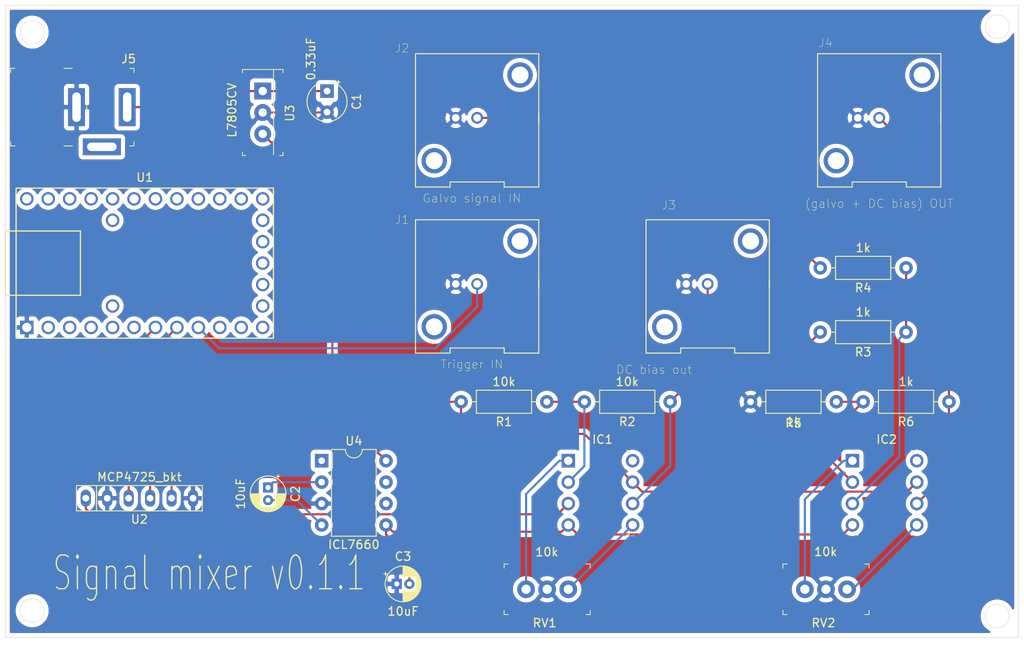
<source format=kicad_pcb>
(kicad_pcb (version 20171130) (host pcbnew "(5.1.4)-1")
  (title_block (title "Signal mixer") (date 2019-09-21) (rev v0.1) (comment 3 "Nikita Vladimirov"))
  (layers (0 F.Cu signal) (31 B.Cu signal) (34 B.Paste user) (35 F.Paste user) (36 B.SilkS user) (37 F.SilkS user) (38 B.Mask user) (39 F.Mask user) (44 Edge.Cuts user))
  (net 0 "")
  (net 1 +12V)
  (net 2 GND)
  (net 3 "Net-(C2-Pad2)")
  (net 4 "Net-(C2-Pad1)")
  (net 5 "Net-(C3-Pad2)")
  (net 6 "Net-(IC1-Pad1)")
  (net 7 "Net-(IC1-Pad2)")
  (net 8 "Net-(IC1-Pad3)")
  (net 9 "Net-(IC1-Pad5)")
  (net 10 "Net-(IC1-Pad6)")
  (net 11 +5V)
  (net 12 "Net-(IC1-Pad8)")
  (net 13 "Net-(IC2-Pad8)")
  (net 14 "Net-(IC2-Pad6)")
  (net 15 "Net-(IC2-Pad5)")
  (net 16 "Net-(IC2-Pad3)")
  (net 17 "Net-(IC2-Pad2)")
  (net 18 "Net-(IC2-Pad1)")
  (net 19 "Net-(J1-Pad1)")
  (net 20 "Net-(J2-Pad1)")
  (net 21 "Net-(J5-Pad3)")
  (net 22 "Net-(U1-Pad15)")
  (net 23 "Net-(U1-Pad2)")
  (net 24 "Net-(U1-Pad3)")
  (net 25 "Net-(U1-Pad4)")
  (net 26 "Net-(U1-Pad5)")
  (net 27 "Net-(U1-Pad6)")
  (net 28 "Net-(U1-Pad7)")
  (net 29 "Net-(U1-Pad8)")
  (net 30 "Net-(U1-Pad10)")
  (net 31 "Net-(U1-Pad11)")
  (net 32 "Net-(U1-Pad12)")
  (net 33 "Net-(U1-Pad13)")
  (net 34 "Net-(U1-Pad14)")
  (net 35 "Net-(U1-Pad16)")
  (net 36 "Net-(U1-Pad17)")
  (net 37 "Net-(U1-Pad18)")
  (net 38 "Net-(U1-Pad19)")
  (net 39 "Net-(U1-Pad20)")
  (net 40 "Net-(U1-Pad21)")
  (net 41 "Net-(U1-Pad22)")
  (net 42 "Net-(U1-Pad23)")
  (net 43 "Net-(U1-Pad24)")
  (net 44 "Net-(U1-Pad25)")
  (net 45 "Net-(U1-Pad26)")
  (net 46 "Net-(U1-Pad27)")
  (net 47 "Net-(U1-Pad28)")
  (net 48 "Net-(U1-Pad29)")
  (net 49 "Net-(U1-Pad30)")
  (net 50 "Net-(U1-Pad31)")
  (net 51 "Net-(U4-Pad1)")
  (net 52 "Net-(U4-Pad6)")
  (net 53 "Net-(U4-Pad7)")
  (module my_components:BNC_female_jack_TE_1-1634505-0 (layer F.Cu) (at 140.97 64.135)
    (fp_text reference J4 (at -6.35 -8.89) (layer F.SilkS) (effects (font (size 1.0002 1.0002) (thickness 0.05))))
    (fp_text value "(galvo + DC bias) OUT" (at 0 10.16) (layer F.SilkS) (effects (font (size 1.00113 1.00113) (thickness 0.05))))
    (pad 3 thru_hole circle (at 5.08 -5.08) (size 3.015 3.015) (drill 2.01) (layers *.Cu *.Mask))
    (pad 4 thru_hole circle (at -5.08 5.08) (size 3.015 3.015) (drill 2.01) (layers *.Cu *.Mask))
    (pad 2 thru_hole circle (at -2.54 0) (size 1.398 1.398) (drill 0.89) (layers *.Cu *.Mask) (net 2 GND))
    (pad 1 thru_hole circle (at 0 0) (size 1.398 1.398) (drill 0.89) (layers *.Cu *.Mask) (net 14 "Net-(IC2-Pad6)"))
  )
  (module digikey-footprints:DIP-8_W7.62mm (layer F.Cu) (at 137.795 104.775)
    (fp_text reference IC2 (at 4.05 -2.52) (layer F.SilkS))
    (fp_text value UA741CP)
    (pad 8 thru_hole circle (at 7.62 0) (size 1.6 1.6) (drill 1) (layers *.Cu *.Mask) (net 13 "Net-(IC2-Pad8)"))
    (pad 7 thru_hole circle (at 7.62 2.54) (size 1.6 1.6) (drill 1) (layers *.Cu *.Mask) (net 11 +5V))
    (pad 6 thru_hole circle (at 7.62 5.08) (size 1.6 1.6) (drill 1) (layers *.Cu *.Mask) (net 14 "Net-(IC2-Pad6)"))
    (pad 5 thru_hole circle (at 7.62 7.62) (size 1.6 1.6) (drill 1) (layers *.Cu *.Mask) (net 15 "Net-(IC2-Pad5)"))
    (pad 4 thru_hole circle (at 0 7.62) (size 1.6 1.6) (drill 1) (layers *.Cu *.Mask) (net 5 "Net-(C3-Pad2)"))
    (pad 3 thru_hole circle (at 0 5.08) (size 1.6 1.6) (drill 1) (layers *.Cu *.Mask) (net 16 "Net-(IC2-Pad3)"))
    (pad 2 thru_hole circle (at 0 2.54) (size 1.6 1.6) (drill 1) (layers *.Cu *.Mask) (net 17 "Net-(IC2-Pad2)"))
    (pad 1 thru_hole rect (at 0 0) (size 1.6 1.6) (drill 1) (layers *.Cu *.Mask) (net 18 "Net-(IC2-Pad1)"))
  )
  (module digikey-footprints:DIP-8_W7.62mm (layer F.Cu) (at 104.14 104.775)
    (fp_text reference IC1 (at 4.05 -2.52) (layer F.SilkS))
    (fp_text value UA741CP)
    (pad 8 thru_hole circle (at 7.62 0) (size 1.6 1.6) (drill 1) (layers *.Cu *.Mask) (net 12 "Net-(IC1-Pad8)"))
    (pad 7 thru_hole circle (at 7.62 2.54) (size 1.6 1.6) (drill 1) (layers *.Cu *.Mask) (net 11 +5V))
    (pad 6 thru_hole circle (at 7.62 5.08) (size 1.6 1.6) (drill 1) (layers *.Cu *.Mask) (net 10 "Net-(IC1-Pad6)"))
    (pad 5 thru_hole circle (at 7.62 7.62) (size 1.6 1.6) (drill 1) (layers *.Cu *.Mask) (net 9 "Net-(IC1-Pad5)"))
    (pad 4 thru_hole circle (at 0 7.62) (size 1.6 1.6) (drill 1) (layers *.Cu *.Mask) (net 5 "Net-(C3-Pad2)"))
    (pad 3 thru_hole circle (at 0 5.08) (size 1.6 1.6) (drill 1) (layers *.Cu *.Mask) (net 8 "Net-(IC1-Pad3)"))
    (pad 2 thru_hole circle (at 0 2.54) (size 1.6 1.6) (drill 1) (layers *.Cu *.Mask) (net 7 "Net-(IC1-Pad2)"))
    (pad 1 thru_hole rect (at 0 0) (size 1.6 1.6) (drill 1) (layers *.Cu *.Mask) (net 6 "Net-(IC1-Pad1)"))
  )
  (module teensy_footprints:Teensy2.0 (layer F.Cu) (at 53.975 81.355001)
    (fp_text reference U1 (at 0 -10.16) (layer F.SilkS))
    (fp_text value "Teensy2.0_(Arduino)")
    (pad 15 thru_hole circle (at 13.97 0) (size 1.6 1.6) (drill 1.1) (layers *.Cu *.Mask) (net 22 "Net-(U1-Pad15)"))
    (pad 1 thru_hole rect (at -13.97 7.62) (size 1.6 1.6) (drill 1.1) (layers *.Cu *.Mask) (net 2 GND))
    (pad 2 thru_hole circle (at -11.43 7.62) (size 1.6 1.6) (drill 1.1) (layers *.Cu *.Mask) (net 23 "Net-(U1-Pad2)"))
    (pad 3 thru_hole circle (at -8.89 7.62) (size 1.6 1.6) (drill 1.1) (layers *.Cu *.Mask) (net 24 "Net-(U1-Pad3)"))
    (pad 4 thru_hole circle (at -6.35 7.62) (size 1.6 1.6) (drill 1.1) (layers *.Cu *.Mask) (net 25 "Net-(U1-Pad4)"))
    (pad 5 thru_hole circle (at -3.81 7.62) (size 1.6 1.6) (drill 1.1) (layers *.Cu *.Mask) (net 26 "Net-(U1-Pad5)"))
    (pad 6 thru_hole circle (at -1.27 7.62) (size 1.6 1.6) (drill 1.1) (layers *.Cu *.Mask) (net 27 "Net-(U1-Pad6)"))
    (pad 7 thru_hole circle (at 1.27 7.62) (size 1.6 1.6) (drill 1.1) (layers *.Cu *.Mask) (net 28 "Net-(U1-Pad7)"))
    (pad 8 thru_hole circle (at 3.81 7.62) (size 1.6 1.6) (drill 1.1) (layers *.Cu *.Mask) (net 29 "Net-(U1-Pad8)"))
    (pad 9 thru_hole circle (at 6.35 7.62) (size 1.6 1.6) (drill 1.1) (layers *.Cu *.Mask) (net 19 "Net-(J1-Pad1)"))
    (pad 10 thru_hole circle (at 8.89 7.62) (size 1.6 1.6) (drill 1.1) (layers *.Cu *.Mask) (net 30 "Net-(U1-Pad10)"))
    (pad 11 thru_hole circle (at 11.43 7.62) (size 1.6 1.6) (drill 1.1) (layers *.Cu *.Mask) (net 31 "Net-(U1-Pad11)"))
    (pad 12 thru_hole circle (at 13.97 7.62) (size 1.6 1.6) (drill 1.1) (layers *.Cu *.Mask) (net 32 "Net-(U1-Pad12)"))
    (pad 13 thru_hole circle (at 13.97 5.08) (size 1.6 1.6) (drill 1.1) (layers *.Cu *.Mask) (net 33 "Net-(U1-Pad13)"))
    (pad 14 thru_hole circle (at 13.97 2.54) (size 1.6 1.6) (drill 1.1) (layers *.Cu *.Mask) (net 34 "Net-(U1-Pad14)"))
    (pad 16 thru_hole circle (at 13.97 -2.54) (size 1.6 1.6) (drill 1.1) (layers *.Cu *.Mask) (net 35 "Net-(U1-Pad16)"))
    (pad 17 thru_hole circle (at 13.97 -5.08) (size 1.6 1.6) (drill 1.1) (layers *.Cu *.Mask) (net 36 "Net-(U1-Pad17)"))
    (pad 18 thru_hole circle (at 13.97 -7.62) (size 1.6 1.6) (drill 1.1) (layers *.Cu *.Mask) (net 37 "Net-(U1-Pad18)"))
    (pad 19 thru_hole circle (at 11.43 -7.62) (size 1.6 1.6) (drill 1.1) (layers *.Cu *.Mask) (net 38 "Net-(U1-Pad19)"))
    (pad 20 thru_hole circle (at 8.89 -7.62) (size 1.6 1.6) (drill 1.1) (layers *.Cu *.Mask) (net 39 "Net-(U1-Pad20)"))
    (pad 21 thru_hole circle (at 6.35 -7.62) (size 1.6 1.6) (drill 1.1) (layers *.Cu *.Mask) (net 40 "Net-(U1-Pad21)"))
    (pad 22 thru_hole circle (at 3.81 -7.62) (size 1.6 1.6) (drill 1.1) (layers *.Cu *.Mask) (net 41 "Net-(U1-Pad22)"))
    (pad 23 thru_hole circle (at 1.27 -7.62) (size 1.6 1.6) (drill 1.1) (layers *.Cu *.Mask) (net 42 "Net-(U1-Pad23)"))
    (pad 24 thru_hole circle (at -1.27 -7.62) (size 1.6 1.6) (drill 1.1) (layers *.Cu *.Mask) (net 43 "Net-(U1-Pad24)"))
    (pad 25 thru_hole circle (at -3.81 -7.62) (size 1.6 1.6) (drill 1.1) (layers *.Cu *.Mask) (net 44 "Net-(U1-Pad25)"))
    (pad 26 thru_hole circle (at -6.35 -7.62) (size 1.6 1.6) (drill 1.1) (layers *.Cu *.Mask) (net 45 "Net-(U1-Pad26)"))
    (pad 27 thru_hole circle (at -8.89 -7.62) (size 1.6 1.6) (drill 1.1) (layers *.Cu *.Mask) (net 46 "Net-(U1-Pad27)"))
    (pad 28 thru_hole circle (at -11.43 -7.62) (size 1.6 1.6) (drill 1.1) (layers *.Cu *.Mask) (net 47 "Net-(U1-Pad28)"))
    (pad 29 thru_hole circle (at -13.97 -7.62) (size 1.6 1.6) (drill 1.1) (layers *.Cu *.Mask) (net 48 "Net-(U1-Pad29)"))
    (pad 30 thru_hole circle (at -3.81 5.08) (size 1.6 1.6) (drill 1.1) (layers *.Cu *.Mask) (net 49 "Net-(U1-Pad30)"))
    (pad 31 thru_hole circle (at -3.81 -5.08) (size 1.6 1.6) (drill 1.1) (layers *.Cu *.Mask) (net 50 "Net-(U1-Pad31)"))
  )
  (module Capacitor_THT:CP_Radial_Tantal_D4.5mm_P2.50mm (layer F.Cu) (at 75.565 60.96 270)
    (fp_text reference C1 (at 1.25 -3.5 90) (layer F.SilkS))
    (fp_text value 0.33uF (at -3.81 1.905 90) (layer F.SilkS))
    (pad 1 thru_hole rect (at 0 0 270) (size 1.6 1.6) (drill 0.8) (layers *.Cu *.Mask) (net 1 +12V))
    (pad 2 thru_hole circle (at 2.5 0 270) (size 1.6 1.6) (drill 0.8) (layers *.Cu *.Mask) (net 2 GND))
  )
  (module Capacitor_THT:CP_Radial_D4.0mm_P1.50mm (layer F.Cu) (at 68.58 107.95 270)
    (fp_text reference C2 (at 0.75 -3.25 90) (layer F.SilkS))
    (fp_text value 10uF (at 0.75 3.25 90) (layer F.SilkS))
    (pad 2 thru_hole circle (at 1.5 0 270) (size 1.2 1.2) (drill 0.6) (layers *.Cu *.Mask) (net 3 "Net-(C2-Pad2)"))
    (pad 1 thru_hole rect (at 0 0 270) (size 1.2 1.2) (drill 0.6) (layers *.Cu *.Mask) (net 4 "Net-(C2-Pad1)"))
  )
  (module Capacitor_THT:CP_Radial_D4.0mm_P1.50mm (layer F.Cu) (at 83.82 119.38)
    (fp_text reference C3 (at 0.75 -3.25) (layer F.SilkS))
    (fp_text value 10uF (at 0.75 3.25) (layer F.SilkS))
    (pad 1 thru_hole rect (at 0 0) (size 1.2 1.2) (drill 0.6) (layers *.Cu *.Mask) (net 2 GND))
    (pad 2 thru_hole circle (at 1.5 0) (size 1.2 1.2) (drill 0.6) (layers *.Cu *.Mask) (net 5 "Net-(C3-Pad2)"))
  )
  (module my_components:BNC_female_jack_TE_1-1634505-0 (layer F.Cu) (at 93.345 83.82)
    (fp_text reference J1 (at -8.89 -7.62) (layer F.SilkS) (effects (font (size 1.0002 1.0002) (thickness 0.05))))
    (fp_text value "Trigger IN" (at -0.635 9.525) (layer F.SilkS) (effects (font (size 1.00113 1.00113) (thickness 0.05))))
    (pad 1 thru_hole circle (at 0 0) (size 1.398 1.398) (drill 0.89) (layers *.Cu *.Mask) (net 19 "Net-(J1-Pad1)"))
    (pad 2 thru_hole circle (at -2.54 0) (size 1.398 1.398) (drill 0.89) (layers *.Cu *.Mask) (net 2 GND))
    (pad 4 thru_hole circle (at -5.08 5.08) (size 3.015 3.015) (drill 2.01) (layers *.Cu *.Mask))
    (pad 3 thru_hole circle (at 5.08 -5.08) (size 3.015 3.015) (drill 2.01) (layers *.Cu *.Mask))
  )
  (module my_components:BNC_female_jack_TE_1-1634505-0 (layer F.Cu) (at 93.345 64.135)
    (fp_text reference J2 (at -8.89 -8.255) (layer F.SilkS) (effects (font (size 1.0002 1.0002) (thickness 0.05))))
    (fp_text value "Galvo signal IN" (at -0.635 9.525) (layer F.SilkS) (effects (font (size 1.00113 1.00113) (thickness 0.05))))
    (pad 3 thru_hole circle (at 5.08 -5.08) (size 3.015 3.015) (drill 2.01) (layers *.Cu *.Mask))
    (pad 4 thru_hole circle (at -5.08 5.08) (size 3.015 3.015) (drill 2.01) (layers *.Cu *.Mask))
    (pad 2 thru_hole circle (at -2.54 0) (size 1.398 1.398) (drill 0.89) (layers *.Cu *.Mask) (net 2 GND))
    (pad 1 thru_hole circle (at 0 0) (size 1.398 1.398) (drill 0.89) (layers *.Cu *.Mask) (net 20 "Net-(J2-Pad1)"))
  )
  (module my_components:BNC_female_jack_TE_1-1634505-0 (layer F.Cu) (at 120.65 83.82)
    (fp_text reference J3 (at -4.59093 -9.3369) (layer F.SilkS) (effects (font (size 1.0002 1.0002) (thickness 0.05))))
    (fp_text value "DC bias out" (at -6.35 10.16) (layer F.SilkS) (effects (font (size 1.00113 1.00113) (thickness 0.05))))
    (pad 1 thru_hole circle (at 0 0) (size 1.398 1.398) (drill 0.89) (layers *.Cu *.Mask) (net 10 "Net-(IC1-Pad6)"))
    (pad 2 thru_hole circle (at -2.54 0) (size 1.398 1.398) (drill 0.89) (layers *.Cu *.Mask) (net 2 GND))
    (pad 4 thru_hole circle (at -5.08 5.08) (size 3.015 3.015) (drill 2.01) (layers *.Cu *.Mask))
    (pad 3 thru_hole circle (at 5.08 -5.08) (size 3.015 3.015) (drill 2.01) (layers *.Cu *.Mask))
  )
  (module digikey-footprints:Barrel_Jack_5.5mmODx2.1mmID_PJ-202A (layer F.Cu) (at 48.895 62.865 90)
    (fp_text reference J5 (at 5.715 3.175 180) (layer F.SilkS))
    (fp_text value PJ-202A)
    (pad 3 thru_hole rect (at -4.7 0 90) (size 2 4.5) (drill oval 1 3.5) (layers *.Cu *.Mask) (net 21 "Net-(J5-Pad3)"))
    (pad 1 thru_hole rect (at 0 3 90) (size 4.5 2) (drill oval 3.5 1) (layers *.Cu *.Mask) (net 1 +12V))
    (pad 2 thru_hole rect (at 0 -3 90) (size 4.5 2) (drill oval 3.5 1) (layers *.Cu *.Mask) (net 2 GND))
  )
  (module Resistor_THT:R_Axial_DIN0207_L6.3mm_D2.5mm_P10.16mm_Horizontal (layer F.Cu) (at 101.6 97.79 180)
    (fp_text reference R1 (at 5.08 -2.37) (layer F.SilkS))
    (fp_text value 10k (at 5.08 2.37) (layer F.SilkS))
    (pad 2 thru_hole oval (at 10.16 0 180) (size 1.6 1.6) (drill 0.8) (layers *.Cu *.Mask) (net 11 +5V))
    (pad 1 thru_hole circle (at 0 0 180) (size 1.6 1.6) (drill 0.8) (layers *.Cu *.Mask) (net 7 "Net-(IC1-Pad2)"))
  )
  (module Resistor_THT:R_Axial_DIN0207_L6.3mm_D2.5mm_P10.16mm_Horizontal (layer F.Cu) (at 116.205 97.79 180)
    (fp_text reference R2 (at 5.08 -2.37) (layer F.SilkS))
    (fp_text value 10k (at 5.08 2.37) (layer F.SilkS))
    (pad 1 thru_hole circle (at 0 0 180) (size 1.6 1.6) (drill 0.8) (layers *.Cu *.Mask) (net 10 "Net-(IC1-Pad6)"))
    (pad 2 thru_hole oval (at 10.16 0 180) (size 1.6 1.6) (drill 0.8) (layers *.Cu *.Mask) (net 7 "Net-(IC1-Pad2)"))
  )
  (module Resistor_THT:R_Axial_DIN0207_L6.3mm_D2.5mm_P10.16mm_Horizontal (layer F.Cu) (at 144.145 89.535 180)
    (fp_text reference R3 (at 5.08 -2.37) (layer F.SilkS))
    (fp_text value 1k (at 5.08 2.37) (layer F.SilkS))
    (pad 2 thru_hole oval (at 10.16 0 180) (size 1.6 1.6) (drill 0.8) (layers *.Cu *.Mask) (net 10 "Net-(IC1-Pad6)"))
    (pad 1 thru_hole circle (at 0 0 180) (size 1.6 1.6) (drill 0.8) (layers *.Cu *.Mask) (net 16 "Net-(IC2-Pad3)"))
  )
  (module Resistor_THT:R_Axial_DIN0207_L6.3mm_D2.5mm_P10.16mm_Horizontal (layer F.Cu) (at 144.145 81.915 180)
    (fp_text reference R4 (at 5.08 -2.37) (layer F.SilkS))
    (fp_text value 1k (at 5.08 2.37) (layer F.SilkS))
    (pad 1 thru_hole circle (at 0 0 180) (size 1.6 1.6) (drill 0.8) (layers *.Cu *.Mask) (net 16 "Net-(IC2-Pad3)"))
    (pad 2 thru_hole oval (at 10.16 0 180) (size 1.6 1.6) (drill 0.8) (layers *.Cu *.Mask) (net 20 "Net-(J2-Pad1)"))
  )
  (module Resistor_THT:R_Axial_DIN0207_L6.3mm_D2.5mm_P10.16mm_Horizontal (layer F.Cu) (at 125.73 97.79)
    (fp_text reference R5 (at 5.08 2.54) (layer F.SilkS))
    (fp_text value 1k (at 5.08 2.37) (layer F.SilkS))
    (pad 2 thru_hole oval (at 10.16 0) (size 1.6 1.6) (drill 0.8) (layers *.Cu *.Mask) (net 17 "Net-(IC2-Pad2)"))
    (pad 1 thru_hole circle (at 0 0) (size 1.6 1.6) (drill 0.8) (layers *.Cu *.Mask) (net 2 GND))
  )
  (module Resistor_THT:R_Axial_DIN0207_L6.3mm_D2.5mm_P10.16mm_Horizontal (layer F.Cu) (at 149.225 97.79 180)
    (fp_text reference R6 (at 5.08 -2.37) (layer F.SilkS))
    (fp_text value 1k (at 5.08 2.37) (layer F.SilkS))
    (pad 1 thru_hole circle (at 0 0 180) (size 1.6 1.6) (drill 0.8) (layers *.Cu *.Mask) (net 14 "Net-(IC2-Pad6)"))
    (pad 2 thru_hole oval (at 10.16 0 180) (size 1.6 1.6) (drill 0.8) (layers *.Cu *.Mask) (net 17 "Net-(IC2-Pad2)"))
  )
  (module digikey-footprints:PinHeader_1x3_P2.5mm_Drill1.1mm (layer F.Cu) (at 104.14 120.015 180)
    (fp_text reference RV1 (at 2.8 -4) (layer F.SilkS))
    (fp_text value 10k (at 2.54 4.41) (layer F.SilkS))
    (pad 3 thru_hole circle (at 5 0 180) (size 2.1 2.1) (drill 1.1) (layers *.Cu *.Mask) (net 6 "Net-(IC1-Pad1)"))
    (pad 2 thru_hole circle (at 2.5 0 180) (size 2.1 2.1) (drill 1.1) (layers *.Cu *.Mask) (net 2 GND))
    (pad 1 thru_hole circle (at 0 0 180) (size 2.1 2.1) (drill 1.1) (layers *.Cu *.Mask) (net 9 "Net-(IC1-Pad5)"))
  )
  (module digikey-footprints:PinHeader_1x3_P2.5mm_Drill1.1mm (layer F.Cu) (at 137.16 120.015 180)
    (fp_text reference RV2 (at 2.8 -4) (layer F.SilkS))
    (fp_text value 10k (at 2.54 4.445) (layer F.SilkS))
    (pad 1 thru_hole circle (at 0 0 180) (size 2.1 2.1) (drill 1.1) (layers *.Cu *.Mask) (net 15 "Net-(IC2-Pad5)"))
    (pad 2 thru_hole circle (at 2.5 0 180) (size 2.1 2.1) (drill 1.1) (layers *.Cu *.Mask) (net 2 GND))
    (pad 3 thru_hole circle (at 5 0 180) (size 2.1 2.1) (drill 1.1) (layers *.Cu *.Mask) (net 18 "Net-(IC2-Pad1)"))
  )
  (module my_components:MCP4725 (layer F.Cu) (at 53.34 109.22)
    (fp_text reference U2 (at 0 2.5) (layer F.SilkS))
    (fp_text value MCP4725_bkt (at 0 -2.5) (layer F.SilkS))
    (pad 1 thru_hole oval (at -6.35 0) (size 1.2 2) (drill 0.8) (layers *.Cu *.Mask) (net 8 "Net-(IC1-Pad3)"))
    (pad 2 thru_hole oval (at -3.81 0) (size 1.2 2) (drill 0.8) (layers *.Cu *.Mask) (net 2 GND))
    (pad 3 thru_hole oval (at -1.27 0) (size 1.2 2) (drill 0.8) (layers *.Cu *.Mask) (net 28 "Net-(U1-Pad7)"))
    (pad 4 thru_hole oval (at 1.27 0) (size 1.2 2) (drill 0.8) (layers *.Cu *.Mask) (net 29 "Net-(U1-Pad8)"))
    (pad 5 thru_hole oval (at 3.81 0) (size 1.2 2) (drill 0.8) (layers *.Cu *.Mask) (net 11 +5V))
    (pad 6 thru_hole oval (at 6.35 0) (size 1.2 2) (drill 0.8) (layers *.Cu *.Mask) (net 2 GND))
  )
  (module digikey-footprints:TO-220-3 (layer F.Cu) (at 67.945 60.96 270)
    (fp_text reference U3 (at 2.62 -3.22 90) (layer F.SilkS))
    (fp_text value L7805CV (at 2.27 3.63 90) (layer F.SilkS))
    (pad 1 thru_hole rect (at 0 0 270) (size 2 2) (drill 1) (layers *.Cu *.Mask) (net 1 +12V))
    (pad 2 thru_hole circle (at 2.54 0 270) (size 2 2) (drill 1) (layers *.Cu *.Mask) (net 2 GND))
    (pad 3 thru_hole circle (at 5.08 0 270) (size 2 2) (drill 1) (layers *.Cu *.Mask) (net 11 +5V))
  )
  (module Package_DIP:DIP-8_W7.62mm (layer F.Cu) (at 74.93 104.775)
    (fp_text reference U4 (at 3.81 -2.33) (layer F.SilkS))
    (fp_text value ICL7660 (at 3.81 9.95) (layer F.SilkS))
    (pad 1 thru_hole rect (at 0 0) (size 1.6 1.6) (drill 0.8) (layers *.Cu *.Mask) (net 51 "Net-(U4-Pad1)"))
    (pad 5 thru_hole oval (at 7.62 7.62) (size 1.6 1.6) (drill 0.8) (layers *.Cu *.Mask) (net 5 "Net-(C3-Pad2)"))
    (pad 2 thru_hole oval (at 0 2.54) (size 1.6 1.6) (drill 0.8) (layers *.Cu *.Mask) (net 4 "Net-(C2-Pad1)"))
    (pad 6 thru_hole oval (at 7.62 5.08) (size 1.6 1.6) (drill 0.8) (layers *.Cu *.Mask) (net 52 "Net-(U4-Pad6)"))
    (pad 3 thru_hole oval (at 0 5.08) (size 1.6 1.6) (drill 0.8) (layers *.Cu *.Mask) (net 2 GND))
    (pad 7 thru_hole oval (at 7.62 2.54) (size 1.6 1.6) (drill 0.8) (layers *.Cu *.Mask) (net 53 "Net-(U4-Pad7)"))
    (pad 4 thru_hole oval (at 0 7.62) (size 1.6 1.6) (drill 0.8) (layers *.Cu *.Mask) (net 3 "Net-(C2-Pad2)"))
    (pad 8 thru_hole oval (at 7.62 0) (size 1.6 1.6) (drill 0.8) (layers *.Cu *.Mask) (net 11 +5V))
  )
  (gr_text "Signal mixer v0.1.1" (at 61.595 118.11) (layer F.SilkS) (effects (font (size 4 2.5))))
  (gr_circle (center 154.94 123.19) (end 153.67 122.555) (layer Edge.Cuts) (width 0.05))
  (gr_circle (center 154.94 53.34) (end 153.67 52.705) (layer Edge.Cuts) (width 0.05))
  (gr_circle (center 40.64 122.555) (end 39.37 121.92) (layer Edge.Cuts) (width 0.05))
  (gr_circle (center 40.64 53.975) (end 39.37 53.34) (layer Edge.Cuts) (width 0.05))
  (gr_line (start 157.48 50.8) (end 37.465 50.8) (layer Edge.Cuts) (width 0.05))
  (gr_line (start 157.48 125.73) (end 157.48 50.8) (layer Edge.Cuts) (width 0.05))
  (gr_line (start 37.465 125.73) (end 157.48 125.73) (layer Edge.Cuts) (width 0.05))
  (gr_line (start 37.465 50.8) (end 37.465 125.73) (layer Edge.Cuts) (width 0.05))
  (segment (start 51.895 62.865) (end 58.42 62.865) (width 0.25) (layer F.Cu) (net 1))
  (segment (start 60.325 60.96) (end 67.945 60.96) (width 0.25) (layer F.Cu) (net 1))
  (segment (start 58.42 62.865) (end 60.325 60.96) (width 0.25) (layer F.Cu) (net 1))
  (segment (start 69.195 60.96) (end 75.565 60.96) (width 0.25) (layer F.Cu) (net 1))
  (segment (start 67.945 60.96) (end 69.195 60.96) (width 0.25) (layer F.Cu) (net 1))
  (segment (start 75.525 63.5) (end 75.565 63.46) (width 0.25) (layer F.Cu) (net 2))
  (segment (start 67.945 63.5) (end 75.525 63.5) (width 0.25) (layer F.Cu) (net 2))
  (segment (start 71.985 109.45) (end 74.93 112.395) (width 0.25) (layer B.Cu) (net 3))
  (segment (start 68.58 109.45) (end 71.985 109.45) (width 0.25) (layer B.Cu) (net 3))
  (segment (start 69.215 107.315) (end 68.58 107.95) (width 0.25) (layer B.Cu) (net 4))
  (segment (start 74.93 107.315) (end 69.215 107.315) (width 0.25) (layer B.Cu) (net 4))
  (segment (start 103.340001 113.194999) (end 104.14 112.395) (width 0.25) (layer F.Cu) (net 5))
  (segment (start 83.349999 113.194999) (end 103.340001 113.194999) (width 0.25) (layer F.Cu) (net 5))
  (segment (start 82.55 112.395) (end 83.349999 113.194999) (width 0.25) (layer F.Cu) (net 5))
  (segment (start 85.32 118.531472) (end 85.32 119.38) (width 0.25) (layer F.Cu) (net 5))
  (segment (start 85.32 116.29637) (end 85.32 118.531472) (width 0.25) (layer F.Cu) (net 5))
  (segment (start 82.55 113.52637) (end 85.32 116.29637) (width 0.25) (layer F.Cu) (net 5))
  (segment (start 82.55 112.395) (end 82.55 113.52637) (width 0.25) (layer F.Cu) (net 5))
  (segment (start 136.669999 113.520001) (end 137.795 112.395) (width 0.25) (layer F.Cu) (net 5))
  (segment (start 104.14 112.395) (end 105.265001 113.520001) (width 0.25) (layer F.Cu) (net 5))
  (segment (start 105.265001 113.520001) (end 136.669999 113.520001) (width 0.25) (layer F.Cu) (net 5))
  (segment (start 99.14 118.530076) (end 99.14 120.015) (width 0.25) (layer B.Cu) (net 6))
  (segment (start 99.14 108.725) (end 99.14 118.530076) (width 0.25) (layer B.Cu) (net 6))
  (segment (start 103.09 104.775) (end 99.14 108.725) (width 0.25) (layer B.Cu) (net 6))
  (segment (start 104.14 104.775) (end 103.09 104.775) (width 0.25) (layer B.Cu) (net 6))
  (segment (start 101.6 97.79) (end 106.045 97.79) (width 0.25) (layer F.Cu) (net 7))
  (segment (start 106.045 105.41) (end 104.14 107.315) (width 0.25) (layer B.Cu) (net 7))
  (segment (start 106.045 97.79) (end 106.045 105.41) (width 0.25) (layer B.Cu) (net 7))
  (segment (start 46.99 109.22) (end 46.99 110.47) (width 0.25) (layer F.Cu) (net 8))
  (segment (start 46.99 110.47) (end 47.645 111.125) (width 0.25) (layer F.Cu) (net 8))
  (segment (start 102.87 111.125) (end 104.14 109.855) (width 0.25) (layer F.Cu) (net 8))
  (segment (start 47.645 111.125) (end 102.87 111.125) (width 0.25) (layer F.Cu) (net 8))
  (segment (start 110.960001 113.194999) (end 104.14 120.015) (width 0.25) (layer B.Cu) (net 9))
  (segment (start 111.76 112.395) (end 110.960001 113.194999) (width 0.25) (layer B.Cu) (net 9))
  (segment (start 120.65 93.345) (end 120.65 83.82) (width 0.25) (layer F.Cu) (net 10))
  (segment (start 116.205 97.79) (end 120.65 93.345) (width 0.25) (layer F.Cu) (net 10))
  (segment (start 130.175 93.345) (end 133.985 89.535) (width 0.25) (layer F.Cu) (net 10))
  (segment (start 120.65 93.345) (end 130.175 93.345) (width 0.25) (layer F.Cu) (net 10))
  (segment (start 116.205 105.41) (end 116.205 97.79) (width 0.25) (layer B.Cu) (net 10))
  (segment (start 111.76 109.855) (end 116.205 105.41) (width 0.25) (layer B.Cu) (net 10))
  (segment (start 68.944999 67.039999) (end 75.929999 67.039999) (width 0.25) (layer F.Cu) (net 11))
  (segment (start 67.945 66.04) (end 68.944999 67.039999) (width 0.25) (layer F.Cu) (net 11))
  (segment (start 75.929999 67.039999) (end 76.2 67.31) (width 0.25) (layer F.Cu) (net 11))
  (segment (start 76.2 97.79) (end 91.44 97.79) (width 0.25) (layer F.Cu) (net 11))
  (segment (start 76.2 97.79) (end 76.2 98.425) (width 0.25) (layer F.Cu) (net 11))
  (segment (start 76.2 67.31) (end 76.2 97.79) (width 0.25) (layer F.Cu) (net 11))
  (segment (start 76.2 98.425) (end 82.55 104.775) (width 0.25) (layer F.Cu) (net 11))
  (segment (start 76.2 97.79) (end 59.055 97.79) (width 0.25) (layer F.Cu) (net 11))
  (segment (start 57.15 99.695) (end 57.15 109.22) (width 0.25) (layer F.Cu) (net 11))
  (segment (start 59.055 97.79) (end 57.15 99.695) (width 0.25) (layer F.Cu) (net 11))
  (segment (start 91.44 97.79) (end 91.44 100.33) (width 0.25) (layer F.Cu) (net 11))
  (segment (start 91.44 100.33) (end 92.71 101.6) (width 0.25) (layer F.Cu) (net 11))
  (segment (start 106.045 101.6) (end 111.76 107.315) (width 0.25) (layer F.Cu) (net 11))
  (segment (start 92.71 101.6) (end 106.045 101.6) (width 0.25) (layer F.Cu) (net 11))
  (segment (start 144.615001 108.114999) (end 145.415 107.315) (width 0.25) (layer F.Cu) (net 11))
  (segment (start 144.289999 108.440001) (end 144.615001 108.114999) (width 0.25) (layer F.Cu) (net 11))
  (segment (start 112.885001 108.440001) (end 144.289999 108.440001) (width 0.25) (layer F.Cu) (net 11))
  (segment (start 111.76 107.315) (end 112.885001 108.440001) (width 0.25) (layer F.Cu) (net 11))
  (segment (start 149.225 106.045) (end 149.225 97.79) (width 0.25) (layer F.Cu) (net 14))
  (segment (start 145.415 109.855) (end 149.225 106.045) (width 0.25) (layer F.Cu) (net 14))
  (segment (start 149.225 72.39) (end 140.97 64.135) (width 0.25) (layer F.Cu) (net 14))
  (segment (start 149.225 97.79) (end 149.225 72.39) (width 0.25) (layer F.Cu) (net 14))
  (segment (start 137.795 120.015) (end 137.16 120.015) (width 0.25) (layer B.Cu) (net 15))
  (segment (start 145.415 112.395) (end 137.795 120.015) (width 0.25) (layer B.Cu) (net 15))
  (segment (start 138.594999 109.055001) (end 137.795 109.855) (width 0.25) (layer B.Cu) (net 16))
  (segment (start 143.345001 104.304999) (end 138.594999 109.055001) (width 0.25) (layer B.Cu) (net 16))
  (segment (start 143.345001 90.334999) (end 143.345001 104.304999) (width 0.25) (layer B.Cu) (net 16))
  (segment (start 144.145 89.535) (end 143.345001 90.334999) (width 0.25) (layer B.Cu) (net 16))
  (segment (start 144.145 81.915) (end 144.145 89.535) (width 0.25) (layer F.Cu) (net 16))
  (segment (start 139.065 97.79) (end 135.89 97.79) (width 0.25) (layer F.Cu) (net 17))
  (segment (start 134.62 104.14) (end 137.795 107.315) (width 0.25) (layer F.Cu) (net 17))
  (segment (start 139.065 97.79) (end 134.62 102.235) (width 0.25) (layer F.Cu) (net 17))
  (segment (start 134.62 102.235) (end 134.62 104.14) (width 0.25) (layer F.Cu) (net 17))
  (segment (start 132.16 118.530076) (end 132.16 120.015) (width 0.25) (layer B.Cu) (net 18))
  (segment (start 132.16 109.36) (end 132.16 118.530076) (width 0.25) (layer B.Cu) (net 18))
  (segment (start 136.745 104.775) (end 132.16 109.36) (width 0.25) (layer B.Cu) (net 18))
  (segment (start 137.795 104.775) (end 136.745 104.775) (width 0.25) (layer B.Cu) (net 18))
  (segment (start 93.345 84.808535) (end 93.345 83.82) (width 0.25) (layer B.Cu) (net 19))
  (segment (start 93.345 86.532102) (end 93.345 84.808535) (width 0.25) (layer B.Cu) (net 19))
  (segment (start 88.437102 91.44) (end 93.345 86.532102) (width 0.25) (layer B.Cu) (net 19))
  (segment (start 62.789999 91.44) (end 88.437102 91.44) (width 0.25) (layer B.Cu) (net 19))
  (segment (start 60.325 88.975001) (end 62.789999 91.44) (width 0.25) (layer B.Cu) (net 19))
  (segment (start 116.205 64.135) (end 93.345 64.135) (width 0.25) (layer F.Cu) (net 20))
  (segment (start 133.985 81.915) (end 116.205 64.135) (width 0.25) (layer F.Cu) (net 20))
  (segment (start 52.07 92.150001) (end 52.07 109.22) (width 0.25) (layer F.Cu) (net 28))
  (segment (start 55.245 88.975001) (end 52.07 92.150001) (width 0.25) (layer F.Cu) (net 28))
  (segment (start 54.61 92.150001) (end 54.61 109.22) (width 0.25) (layer F.Cu) (net 29))
  (segment (start 57.785 88.975001) (end 54.61 92.150001) (width 0.25) (layer F.Cu) (net 29))
  (zone (net 2) (net_name GND) (layer F.Cu) (connect_pads (clearance 0.508)) (min_thickness 0.254) (fill yes (arc_segments 32) (thermal_gap 0.508) (thermal_bridge_width 0.508))
    (polygon (pts (xy 36.83 50.165) (xy 158.115 50.165) (xy 158.115 127) (xy 36.83 127)))
  )
  (zone (net 2) (net_name GND) (layer B.Cu) (connect_pads (clearance 0.508)) (min_thickness 0.254) (fill yes (arc_segments 32) (thermal_gap 0.508) (thermal_bridge_width 0.508))
    (polygon (pts (xy 36.83 127) (xy 158.115 127) (xy 158.115 50.165) (xy 36.83 50.165)))
  )
)
</source>
